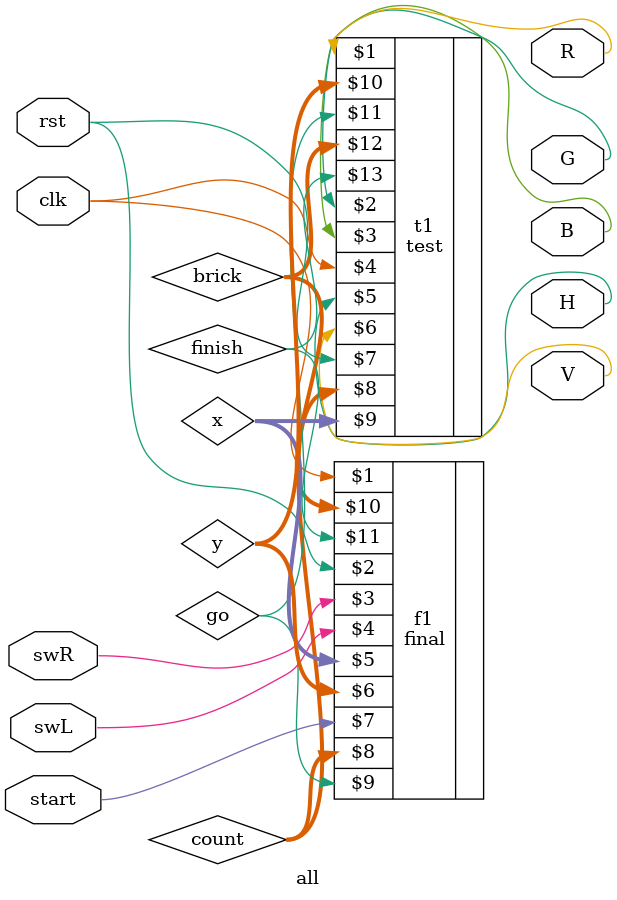
<source format=v>
`timescale 1ns / 1ps
module all(clk,rst,swL,swR,R,G,B,H,V,start);
input rst;
input swR;
input swL;
input clk;
input start;
output R,G,B,H,V;
wire [3:0]count;
wire [9:0]x;
wire [9:0]y;
wire go;
wire [12:0]brick;

final f1(clk,rst,swR,swL,x,y,start,count,go,brick,finish);
test t1(R,G,B,clk,H,V,rst,count,x,y,go,brick,finish);


endmodule

</source>
